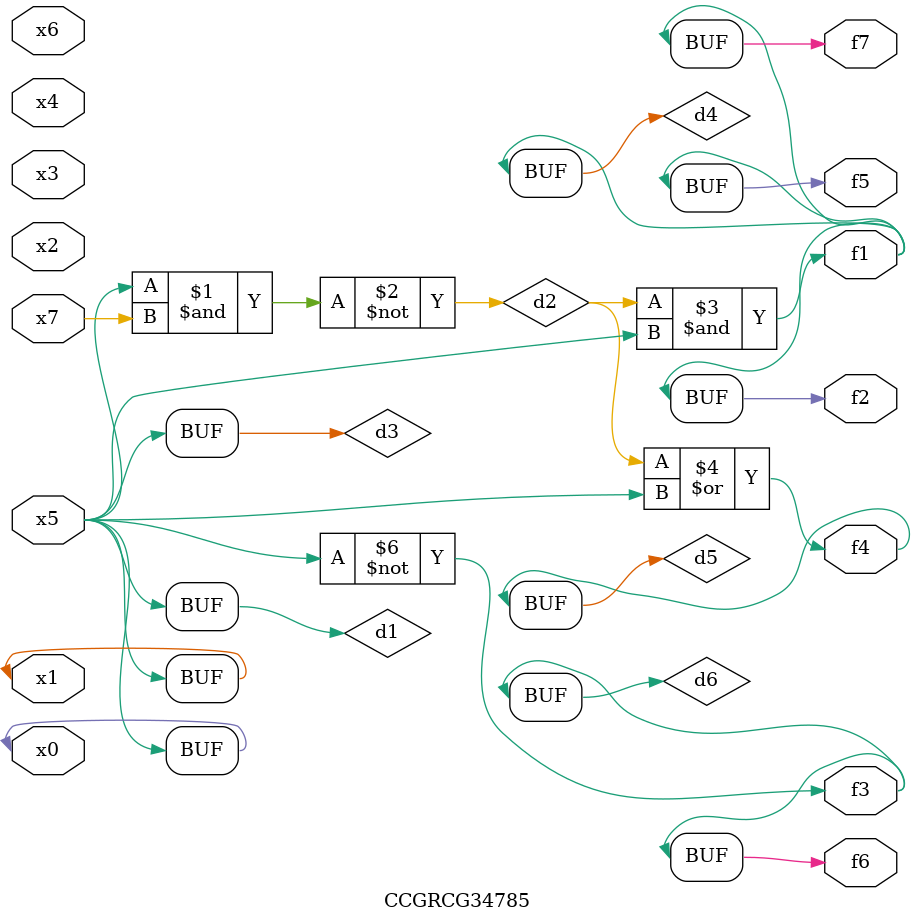
<source format=v>
module CCGRCG34785(
	input x0, x1, x2, x3, x4, x5, x6, x7,
	output f1, f2, f3, f4, f5, f6, f7
);

	wire d1, d2, d3, d4, d5, d6;

	buf (d1, x0, x5);
	nand (d2, x5, x7);
	buf (d3, x0, x1);
	and (d4, d2, d3);
	or (d5, d2, d3);
	nor (d6, d1, d3);
	assign f1 = d4;
	assign f2 = d4;
	assign f3 = d6;
	assign f4 = d5;
	assign f5 = d4;
	assign f6 = d6;
	assign f7 = d4;
endmodule

</source>
